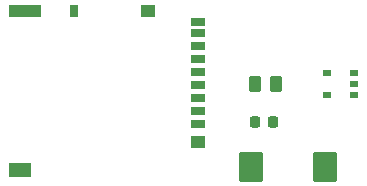
<source format=gbr>
%TF.GenerationSoftware,KiCad,Pcbnew,7.0.5-7.0.5~ubuntu22.04.1*%
%TF.CreationDate,2023-06-12T13:20:56+02:00*%
%TF.ProjectId,OBC_L476RG,4f42435f-4c34-4373-9652-472e6b696361,rev?*%
%TF.SameCoordinates,Original*%
%TF.FileFunction,Paste,Top*%
%TF.FilePolarity,Positive*%
%FSLAX46Y46*%
G04 Gerber Fmt 4.6, Leading zero omitted, Abs format (unit mm)*
G04 Created by KiCad (PCBNEW 7.0.5-7.0.5~ubuntu22.04.1) date 2023-06-12 13:20:56*
%MOMM*%
%LPD*%
G01*
G04 APERTURE LIST*
G04 Aperture macros list*
%AMRoundRect*
0 Rectangle with rounded corners*
0 $1 Rounding radius*
0 $2 $3 $4 $5 $6 $7 $8 $9 X,Y pos of 4 corners*
0 Add a 4 corners polygon primitive as box body*
4,1,4,$2,$3,$4,$5,$6,$7,$8,$9,$2,$3,0*
0 Add four circle primitives for the rounded corners*
1,1,$1+$1,$2,$3*
1,1,$1+$1,$4,$5*
1,1,$1+$1,$6,$7*
1,1,$1+$1,$8,$9*
0 Add four rect primitives between the rounded corners*
20,1,$1+$1,$2,$3,$4,$5,0*
20,1,$1+$1,$4,$5,$6,$7,0*
20,1,$1+$1,$6,$7,$8,$9,0*
20,1,$1+$1,$8,$9,$2,$3,0*%
G04 Aperture macros list end*
%ADD10RoundRect,0.250000X-0.787500X-1.025000X0.787500X-1.025000X0.787500X1.025000X-0.787500X1.025000X0*%
%ADD11R,0.700000X0.510000*%
%ADD12RoundRect,0.225000X-0.225000X-0.250000X0.225000X-0.250000X0.225000X0.250000X-0.225000X0.250000X0*%
%ADD13RoundRect,0.250000X-0.262500X-0.450000X0.262500X-0.450000X0.262500X0.450000X-0.262500X0.450000X0*%
%ADD14R,1.200000X0.700000*%
%ADD15R,0.800000X1.000000*%
%ADD16R,1.200000X1.000000*%
%ADD17R,2.800000X1.000000*%
%ADD18R,1.900000X1.300000*%
G04 APERTURE END LIST*
D10*
%TO.C,C2*%
X163595500Y-95586000D03*
X169820500Y-95586000D03*
%TD*%
D11*
%TO.C,B1*%
X172313000Y-89551000D03*
X172313000Y-88601000D03*
X172313000Y-87651000D03*
X169993000Y-87651000D03*
X169993000Y-89551000D03*
%TD*%
D12*
%TO.C,C1*%
X163888000Y-91776000D03*
X165438000Y-91776000D03*
%TD*%
D13*
%TO.C,R1*%
X163890500Y-88601000D03*
X165715500Y-88601000D03*
%TD*%
D14*
%TO.C,J2*%
X159118000Y-91981000D03*
X159118000Y-90881000D03*
X159118000Y-89781000D03*
X159118000Y-88681000D03*
X159118000Y-87581000D03*
X159118000Y-86481000D03*
X159118000Y-85381000D03*
X159118000Y-84281000D03*
X159118000Y-83331000D03*
D15*
X148618000Y-82381000D03*
D16*
X154818000Y-82381000D03*
D17*
X144468000Y-82381000D03*
D16*
X159118000Y-93531000D03*
D18*
X144018000Y-95881000D03*
%TD*%
M02*

</source>
